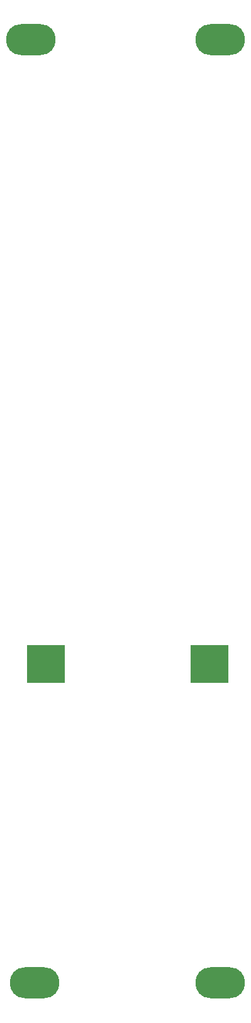
<source format=gts>
G04 #@! TF.GenerationSoftware,KiCad,Pcbnew,(6.0.0)*
G04 #@! TF.CreationDate,2022-01-31T09:39:20+01:00*
G04 #@! TF.ProjectId,Snare+Hihat,536e6172-652b-4486-9968-61742e6b6963,rev?*
G04 #@! TF.SameCoordinates,Original*
G04 #@! TF.FileFunction,Soldermask,Top*
G04 #@! TF.FilePolarity,Negative*
%FSLAX46Y46*%
G04 Gerber Fmt 4.6, Leading zero omitted, Abs format (unit mm)*
G04 Created by KiCad (PCBNEW (6.0.0)) date 2022-01-31 09:39:20*
%MOMM*%
%LPD*%
G01*
G04 APERTURE LIST*
%ADD10C,0.100000*%
%ADD11O,6.700000X4.200000*%
G04 APERTURE END LIST*
D10*
X124000000Y-104000000D02*
X129000000Y-104000000D01*
X129000000Y-104000000D02*
X129000000Y-109000000D01*
X129000000Y-109000000D02*
X124000000Y-109000000D01*
X124000000Y-109000000D02*
X124000000Y-104000000D01*
G36*
X129000000Y-109000000D02*
G01*
X124000000Y-109000000D01*
X124000000Y-104000000D01*
X129000000Y-104000000D01*
X129000000Y-109000000D01*
G37*
X129000000Y-109000000D02*
X124000000Y-109000000D01*
X124000000Y-104000000D01*
X129000000Y-104000000D01*
X129000000Y-109000000D01*
X146000000Y-104000000D02*
X151000000Y-104000000D01*
X151000000Y-104000000D02*
X151000000Y-109000000D01*
X151000000Y-109000000D02*
X146000000Y-109000000D01*
X146000000Y-109000000D02*
X146000000Y-104000000D01*
G36*
X151000000Y-109000000D02*
G01*
X146000000Y-109000000D01*
X146000000Y-104000000D01*
X151000000Y-104000000D01*
X151000000Y-109000000D01*
G37*
X151000000Y-109000000D02*
X146000000Y-109000000D01*
X146000000Y-104000000D01*
X151000000Y-104000000D01*
X151000000Y-109000000D01*
D11*
X150000000Y-149500000D03*
X124500000Y-22500000D03*
X150000000Y-22500000D03*
X125000000Y-149500000D03*
M02*

</source>
